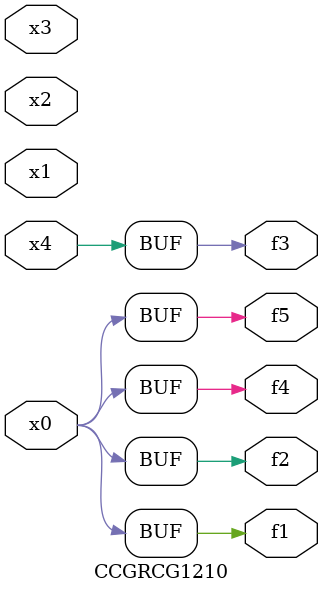
<source format=v>
module CCGRCG1210(
	input x0, x1, x2, x3, x4,
	output f1, f2, f3, f4, f5
);
	assign f1 = x0;
	assign f2 = x0;
	assign f3 = x4;
	assign f4 = x0;
	assign f5 = x0;
endmodule

</source>
